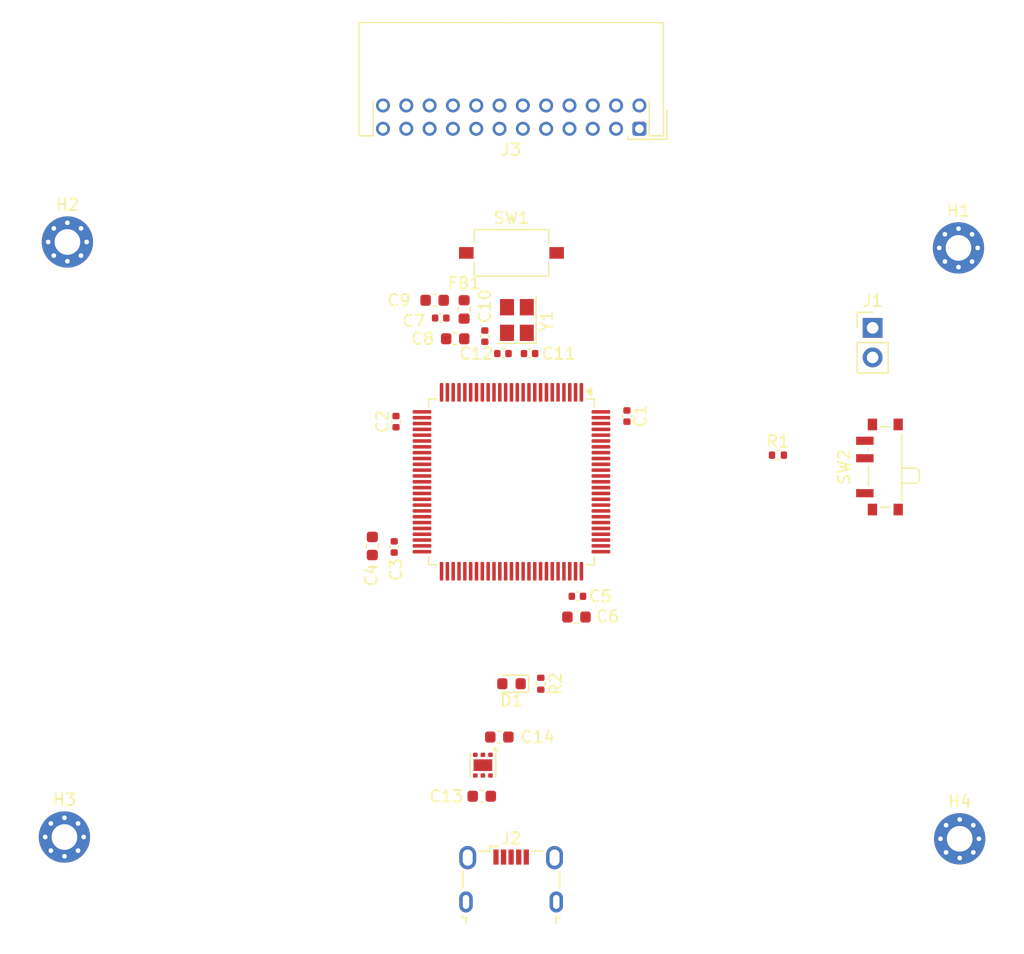
<source format=kicad_pcb>
(kicad_pcb (version 20240108) (generator "pcbnew") (generator_version "8.0")
  (layers (0 "F.Cu" signal) (31 "B.Cu" power) (34 "B.Paste" user) (35 "F.Paste" user) (36 "B.SilkS" user "B.Silkscreen") (37 "F.SilkS" user "F.Silkscreen") (38 "B.Mask" user) (39 "F.Mask" user) (44 "Edge.Cuts" user))
  (net 0 "")
  (net 1 "+3.3V")
  (net 2 "GND")
  (net 3 "+3.3VA")
  (net 4 "NRST")
  (net 5 "/Main Board/HSE_IN")
  (net 6 "/Main Board/HSE_OUT")
  (net 7 "VBUS")
  (net 8 "Net-(D1-K)")
  (net 9 "I2C1_SCL")
  (net 10 "I2C1_SDA")
  (net 13 "USB_D+")
  (net 17 "USB_D-")
  (net 42 "Net-(U1-BOOT0)")
  (net 43 "Net-(SW2-B)")
  (net 44 "TSC_G2_IO4")
  (net 46 "TSC_G6_IO4")
  (net 49 "TSC_G6_IO3")
  (net 56 "TSC_G2_IO1")
  (net 62 "TSC_G3_IO2")
  (net 68 "TSC_G5_IO1")
  (net 69 "TSC_G2_IO3")
  (net 73 "TSC_G7_IO1")
  (net 82 "TSC_G1_IO1")
  (net 89 "TSC_G7_IO2")
  (net 92 "TSC_G7_IO4")
  (net 95 "SWCLK")
  (net 96 "TSC_G3_IO3")
  (net 98 "TSC_G5_IO4")
  (net 101 "TSC_G6_IO1")
  (net 103 "TSC_G1_IO3")
  (net 104 "TSC_G6_IO2")
  (net 106 "TSC_G7_IO3")
  (net 109 "TSC_G5_IO3")
  (net 110 "TSC_G1_IO4")
  (net 111 "TSC_G3_IO4")
  (net 113 "TSC_G5_IO2")
  (net 115 "TSC_G3_IO1")
  (net 116 "TSC_G2_IO2")
  (net 117 "TSC_G1_IO2")
  (net 124 "SWDIO")
  (footprint "Resistor_SMD:R_0402_1005Metric" (layer "F.Cu") (at 142.216 88.447 90)
    (property "Reference" "R2" (at 0 1.270001 90) (layer "F.SilkS"))
    (property "Value" "1k")
    (fp_line (start -0.15364 -0.38) (end 0.153641 -0.379999) (stroke (width 0.12)) (layer "F.SilkS"))
    (fp_line (start -0.153641 0.379999) (end 0.15364 0.38) (stroke (width 0.12)) (layer "F.SilkS"))
    (pad "1" smd roundrect (at -0.51 -0.000001 90) (size 0.54 0.64) (layers "F.Cu" "F.Paste" "F.Mask") (net 8 "Net-(D1-K)"))
    (pad "2" smd roundrect (at 0.51 0.000001 90) (size 0.54 0.64) (layers "F.Cu" "F.Paste" "F.Mask") (net 2 "GND"))
  )
  (footprint "Package_SON:WSON-6-1EP_2x2mm_P0.65mm_EP1x1.6mm" (layer "F.Cu") (at 137.248 95.4335 -90)
    (property "Reference" "U2" (hide yes))
    (property "Value" "TLV76733DRVR")
    (fp_line (start -1.000001 1.110001) (end 1.000001 1.110001) (stroke (width 0.12)) (layer "F.SilkS"))
    (fp_line (start -1.000001 -1.110001) (end 1.000001 -1.110001) (stroke (width 0.12)) (layer "F.SilkS"))
    (fp_poly (pts (xy -1.24 -1.009999) (xy -1.520001 -1.01) (xy -1.239999 -1.29) (xy -1.24 -1.009999)) (stroke (width 0.12)) (fill solid) (layer "F.SilkS"))
    (pad "1" smd roundrect (at -0.8875 -0.65 270) (size 0.375 0.4) (layers "F.Cu" "F.Paste" "F.Mask") (net 1 "+3.3V"))
    (pad "2" smd roundrect (at -0.8875 0 270) (size 0.375 0.4) (layers "F.Cu" "F.Paste" "F.Mask") (net 1 "+3.3V"))
    (pad "3" smd roundrect (at -0.8875 0.65 270) (size 0.375 0.4) (layers "F.Cu" "F.Paste" "F.Mask") (net 2 "GND"))
    (pad "4" smd roundrect (at 0.8875 0.65 270) (size 0.375 0.4) (layers "F.Cu" "F.Paste" "F.Mask") (net 7 "VBUS"))
    (pad "5" smd roundrect (at 0.8875 0 270) (size 0.375 0.4) (layers "F.Cu" "F.Paste" "F.Mask") (net 2 "GND"))
    (pad "6" smd roundrect (at 0.8875 -0.65 270) (size 0.375 0.4) (layers "F.Cu" "F.Paste" "F.Mask") (net 7 "VBUS"))
    (pad "7" smd rect (at 0 0 270) (size 1 1.6) (property pad_prop_heatsink) (layers "F.Cu" "F.Mask") (net 2 "GND"))
  )
  (footprint "Crystal:Crystal_SMD_3225-4Pin_3.2x2.5mm" (layer "F.Cu") (at 140.166 57.239944 90)
    (property "Reference" "Y1" (at -0.084 2.582 90) (layer "F.SilkS"))
    (property "Value" "48MHz, 7pF")
    (fp_line (start -2 -1.65) (end -2 1.65) (stroke (width 0.12)) (layer "F.SilkS"))
    (fp_line (start -2 1.65) (end 2 1.65) (stroke (width 0.12)) (layer "F.SilkS"))
    (pad "1" smd rect (at -1.1 0.85 90) (size 1.4 1.2) (layers "F.Cu" "F.Paste" "F.Mask") (net 5 "/Main Board/HSE_IN"))
    (pad "2" smd rect (at 1.1 0.85 90) (size 1.4 1.2) (layers "F.Cu" "F.Paste" "F.Mask") (net 2 "GND"))
    (pad "3" smd rect (at 1.1 -0.85 90) (size 1.4 1.2) (layers "F.Cu" "F.Paste" "F.Mask") (net 6 "/Main Board/HSE_OUT"))
    (pad "4" smd rect (at -1.1 -0.85 90) (size 1.4 1.2) (layers "F.Cu" "F.Paste" "F.Mask") (net 2 "GND"))
  )
  (footprint "Capacitor_SMD:C_0402_1005Metric" (layer "F.Cu") (at 133.632 57.069944 180)
    (property "Reference" "C7" (at 2.314 -0.254 360) (layer "F.SilkS"))
    (property "Value" "10n")
    (fp_line (start -0.107834 -0.359996) (end 0.107838 -0.36) (stroke (width 0.12)) (layer "F.SilkS"))
    (fp_line (start -0.107838 0.36) (end 0.107834 0.359996) (stroke (width 0.12)) (layer "F.SilkS"))
    (pad "1" smd roundrect (at -0.48 0 180) (size 0.56 0.62) (layers "F.Cu" "F.Paste" "F.Mask") (net 3 "+3.3VA"))
    (pad "2" smd roundrect (at 0.48 0 180) (size 0.56 0.62) (layers "F.Cu" "F.Paste" "F.Mask") (net 2 "GND"))
  )
  (footprint "Capacitor_SMD:C_0603_1608Metric" (layer "F.Cu") (at 137.149001 98.099 180)
    (property "Reference" "C13" (at 3.048 0 360) (layer "F.SilkS"))
    (property "Value" "1u")
    (fp_line (start -0.140581 0.51) (end 0.140581 0.509999) (stroke (width 0.12)) (layer "F.SilkS"))
    (fp_line (start -0.140581 -0.509999) (end 0.140581 -0.51) (stroke (width 0.12)) (layer "F.SilkS"))
    (pad "1" smd roundrect (at -0.775001 0 180) (size 0.9 0.95) (layers "F.Cu" "F.Paste" "F.Mask") (net 7 "VBUS"))
    (pad "2" smd roundrect (at 0.775001 0 180) (size 0.9 0.95) (layers "F.Cu" "F.Paste" "F.Mask") (net 2 "GND"))
  )
  (footprint "Capacitor_SMD:C_0603_1608Metric" (layer "F.Cu") (at 145.274999 82.723944 180)
    (property "Reference" "C6" (at -2.683058 0.054656 360) (layer "F.SilkS"))
    (property "Value" "4u7")
    (fp_line (start -0.140581 0.51) (end 0.140581 0.509999) (stroke (width 0.12)) (layer "F.SilkS"))
    (fp_line (start -0.140581 -0.509999) (end 0.140581 -0.51) (stroke (width 0.12)) (layer "F.SilkS"))
    (pad "1" smd roundrect (at -0.775001 0 180) (size 0.9 0.95) (layers "F.Cu" "F.Paste" "F.Mask") (net 1 "+3.3V"))
    (pad "2" smd roundrect (at 0.775001 0 180) (size 0.9 0.95) (layers "F.Cu" "F.Paste" "F.Mask") (net 2 "GND"))
  )
  (footprint "Capacitor_SMD:C_0402_1005Metric" (layer "F.Cu") (at 149.606 65.479944 -90)
    (property "Reference" "C1" (at 0 -1.16 90) (layer "F.SilkS"))
    (property "Value" "100n")
    (fp_line (start -0.107838 0.36) (end 0.107834 0.359996) (stroke (width 0.12)) (layer "F.SilkS"))
    (fp_line (start -0.107834 -0.359996) (end 0.107838 -0.36) (stroke (width 0.12)) (layer "F.SilkS"))
    (pad "1" smd roundrect (at -0.48 0 270) (size 0.56 0.62) (layers "F.Cu" "F.Paste" "F.Mask") (net 1 "+3.3V"))
    (pad "2" smd roundrect (at 0.48 0 270) (size 0.56 0.62) (layers "F.Cu" "F.Paste" "F.Mask") (net 2 "GND"))
  )
  (footprint "Capacitor_SMD:C_0603_1608Metric" (layer "F.Cu") (at 138.66 93.019)
    (property "Reference" "C14" (at 3.302 0 0) (layer "F.SilkS"))
    (property "Value" "2.2u")
    (fp_line (start -0.140581 -0.509999) (end 0.140581 -0.51) (stroke (width 0.12)) (layer "F.SilkS"))
    (fp_line (start -0.140581 0.51) (end 0.140581 0.509999) (stroke (width 0.12)) (layer "F.SilkS"))
    (pad "1" smd roundrect (at -0.775001 0) (size 0.9 0.95) (layers "F.Cu" "F.Paste" "F.Mask") (net 1 "+3.3V"))
    (pad "2" smd roundrect (at 0.775001 0) (size 0.9 0.95) (layers "F.Cu" "F.Paste" "F.Mask") (net 2 "GND"))
  )
  (footprint "Button_Switch_SMD:SW_SPDT_PCM12" (layer "F.Cu") (at 171.45 69.85 90)
    (property "Reference" "SW2" (at 0 -3.2 90) (layer "F.SilkS"))
    (property "Value" "SW_SPDT")
    (fp_line (start 1.4 -1.120003) (end 1.599999 -1.119999) (stroke (width 0.12)) (layer "F.SilkS"))
    (fp_line (start -1.600003 -1.120002) (end 0.1 -1.120001) (stroke (width 0.12)) (layer "F.SilkS"))
    (fp_line (start -3.449995 -0.069998) (end -3.450001 0.720001) (stroke (width 0.12)) (layer "F.SilkS"))
    (fp_line (start 3.450001 0.720001) (end 3.450003 -0.069999) (stroke (width 0.12)) (layer "F.SilkS"))
    (fp_line (start -2.849999 1.729998) (end 2.850001 1.73) (stroke (width 0.12)) (layer "F.SilkS"))
    (fp_line (start -1.4 1.730002) (end -1.400002 3.020002) (stroke (width 0.12)) (layer "F.SilkS"))
    (fp_line (start -0.1 3.02) (end -0.1 1.73) (stroke (width 0.12)) (layer "F.SilkS"))
    (fp_line (start -0.1 3.02) (end -0.300001 3.23) (stroke (width 0.12)) (layer "F.SilkS"))
    (fp_line (start -1.400002 3.020002) (end -1.199999 3.229997) (stroke (width 0.12)) (layer "F.SilkS"))
    (fp_line (start -1.199999 3.229997) (end -0.300001 3.23) (stroke (width 0.12)) (layer "F.SilkS"))
    (pad "" smd rect (at -3.65 -0.78 90) (size 1 0.8) (layers "F.Cu" "F.Paste" "F.Mask"))
    (pad "" smd rect (at -3.65 1.429999 90) (size 1 0.8) (layers "F.Cu" "F.Paste" "F.Mask"))
    (pad "" np_thru_hole circle (at -1.5 0.33 90) (size 0.9 0.9) (drill 0.9) (layers "*.Cu" "*.Mask"))
    (pad "" np_thru_hole circle (at 1.5 0.33 90) (size 0.9 0.9) (drill 0.9) (layers "*.Cu" "*.Mask"))
    (pad "" smd rect (at 3.65 -0.78 90) (size 1 0.8) (layers "F.Cu" "F.Paste" "F.Mask"))
    (pad "" smd rect (at 3.65 1.430001 90) (size 1 0.8) (layers "F.Cu" "F.Paste" "F.Mask"))
    (pad "1" smd rect (at -2.250002 -1.429999 90) (size 0.7 1.5) (layers "F.Cu" "F.Paste" "F.Mask") (net 2 "GND"))
    (pad "2" smd rect (at 0.75 -1.430002 90) (size 0.7 1.5) (layers "F.Cu" "F.Paste" "F.Mask") (net 43 "Net-(SW2-B)"))
    (pad "3" smd rect (at 2.250002 -1.429999 90) (size 0.7 1.5) (layers "F.Cu" "F.Paste" "F.Mask") (net 1 "+3.3V"))
  )
  (footprint "Button_Switch_SMD:SW_Tactile_SPST_NO_Straight_CK_PTS636Sx25SMTRLFS" (layer "F.Cu") (at 139.7 51.481944)
    (property "Reference" "SW1" (at 0 -3 0) (layer "F.SilkS"))
    (property "Value" "SW_Push")
    (fp_line (start -3.2 -2) (end -3.2 -0.8) (stroke (width 0.12)) (layer "F.SilkS"))
    (fp_line (start -3.2 0.8) (end -3.2 2) (stroke (width 0.12)) (layer "F.SilkS"))
    (fp_line (start -3.2 2) (end 3.2 2) (stroke (width 0.12)) (layer "F.SilkS"))
    (fp_line (start 3.2 -2) (end -3.2 -2) (stroke (width 0.12)) (layer "F.SilkS"))
    (fp_line (start 3.2 -0.8) (end 3.2 -2) (stroke (width 0.12)) (layer "F.SilkS"))
    (fp_line (start 3.2 2) (end 3.2 0.8) (stroke (width 0.12)) (layer "F.SilkS"))
    (pad "1" smd rect (at -3.875 0) (size 1.25 1) (layers "F.Cu" "F.Paste" "F.Mask") (net 2 "GND"))
    (pad "2" smd rect (at 3.875 0) (size 1.25 1) (layers "F.Cu" "F.Paste" "F.Mask") (net 4 "NRST"))
  )
  (footprint "Resistor_SMD:R_0402_1005Metric" (layer "F.Cu") (at 162.562 68.834)
    (property "Reference" "R1" (at 0 -1.17 0) (layer "F.SilkS"))
    (property "Value" "10k")
    (fp_line (start -0.153641 -0.38) (end 0.153641 -0.38) (stroke (width 0.12)) (layer "F.SilkS"))
    (fp_line (start -0.153641 0.38) (end 0.153641 0.38) (stroke (width 0.12)) (layer "F.SilkS"))
    (pad "1" smd roundrect (at -0.51 0) (size 0.54 0.64) (layers "F.Cu" "F.Paste" "F.Mask") (net 43 "Net-(SW2-B)"))
    (pad "2" smd roundrect (at 0.51 0) (size 0.54 0.64) (layers "F.Cu" "F.Paste" "F.Mask") (net 42 "Net-(U1-BOOT0)"))
  )
  (footprint "MountingHole:MountingHole_2.2mm_M2_Pad_Via" (layer "F.Cu") (at 101.346 101.6)
    (property "Reference" "H3" (at 0 -3.2 0) (layer "F.SilkS"))
    (property "Value" "Mounting Hole")
    (pad "1" thru_hole circle (at -1.65 0) (size 0.7 0.7) (drill 0.4) (layers "*.Cu" "*.Mask") (net 2 "GND"))
    (pad "1" thru_hole circle (at -1.166726 -1.166726) (size 0.7 0.7) (drill 0.4) (layers "*.Cu" "*.Mask") (net 2 "GND"))
    (pad "1" thru_hole circle (at -1.166726 1.166726) (size 0.7 0.7) (drill 0.4) (layers "*.Cu" "*.Mask") (net 2 "GND"))
    (pad "1" thru_hole circle (at 0 -1.65) (size 0.7 0.7) (drill 0.4) (layers "*.Cu" "*.Mask") (net 2 "GND"))
    (pad "1" thru_hole circle (at 0 0) (size 4.4 4.4) (drill 2.2) (layers "*.Cu" "*.Mask") (net 2 "GND"))
    (pad "1" thru_hole circle (at 0 1.65) (size 0.7 0.7) (drill 0.4) (layers "*.Cu" "*.Mask") (net 2 "GND"))
    (pad "1" thru_hole circle (at 1.166726 -1.166726) (size 0.7 0.7) (drill 0.4) (layers "*.Cu" "*.Mask") (net 2 "GND"))
    (pad "1" thru_hole circle (at 1.166726 1.166726) (size 0.7 0.7) (drill 0.4) (layers "*.Cu" "*.Mask") (net 2 "GND"))
    (pad "1" thru_hole circle (at 1.65 0) (size 0.7 0.7) (drill 0.4) (layers "*.Cu" "*.Mask") (net 2 "GND"))
  )
  (footprint "MountingHole:MountingHole_2.2mm_M2_Pad_Via" (layer "F.Cu") (at 101.6 50.546)
    (property "Reference" "H2" (at 0 -3.2 0) (layer "F.SilkS"))
    (property "Value" "Mounting Hole")
    (pad "1" thru_hole circle (at -1.65 0) (size 0.7 0.7) (drill 0.4) (layers "*.Cu" "*.Mask") (net 2 "GND"))
    (pad "1" thru_hole circle (at -1.166726 -1.166726) (size 0.7 0.7) (drill 0.4) (layers "*.Cu" "*.Mask") (net 2 "GND"))
    (pad "1" thru_hole circle (at -1.166726 1.166726) (size 0.7 0.7) (drill 0.4) (layers "*.Cu" "*.Mask") (net 2 "GND"))
    (pad "1" thru_hole circle (at 0 -1.65) (size 0.7 0.7) (drill 0.4) (layers "*.Cu" "*.Mask") (net 2 "GND"))
    (pad "1" thru_hole circle (at 0 0) (size 4.4 4.4) (drill 2.2) (layers "*.Cu" "*.Mask") (net 2 "GND"))
    (pad "1" thru_hole circle (at 0 1.65) (size 0.7 0.7) (drill 0.4) (layers "*.Cu" "*.Mask") (net 2 "GND"))
    (pad "1" thru_hole circle (at 1.166726 -1.166726) (size 0.7 0.7) (drill 0.4) (layers "*.Cu" "*.Mask") (net 2 "GND"))
    (pad "1" thru_hole circle (at 1.166726 1.166726) (size 0.7 0.7) (drill 0.4) (layers "*.Cu" "*.Mask") (net 2 "GND"))
    (pad "1" thru_hole circle (at 1.65 0) (size 0.7 0.7) (drill 0.4) (layers "*.Cu" "*.Mask") (net 2 "GND"))
  )
  (footprint "LED_SMD:LED_0603_1608Metric" (layer "F.Cu") (at 139.701502 88.447001 180)
    (property "Reference" "D1" (at 0 -1.429998 0) (layer "F.SilkS"))
    (property "Value" "YELLOW")
    (fp_line (start 0.8 -0.734999) (end -1.485001 -0.734999) (stroke (width 0.12)) (layer "F.SilkS"))
    (fp_line (start -1.485001 0.735001) (end 0.799998 0.734999) (stroke (width 0.12)) (layer "F.SilkS"))
    (fp_line (start -1.485001 -0.734999) (end -1.485001 0.735001) (stroke (width 0.12)) (layer "F.SilkS"))
    (pad "1" smd roundrect (at -0.787502 -0.000001 180) (size 0.875 0.95) (layers "F.Cu" "F.Paste" "F.Mask") (net 8 "Net-(D1-K)"))
    (pad "2" smd roundrect (at 0.787502 0.000001 180) (size 0.875 0.95) (layers "F.Cu" "F.Paste" "F.Mask") (net 1 "+3.3V"))
  )
  (footprint "Package_QFP:LQFP-100_14x14mm_P0.5mm" (layer "F.Cu") (at 139.7 71.12 -90)
    (property "Reference" "U1" (hide yes))
    (property "Value" "STM32F072VBTx")
    (fp_line (start -7.11 7.110002) (end -7.11 6.41) (stroke (width 0.12)) (layer "F.SilkS"))
    (fp_line (start -6.41 7.11) (end -7.11 7.110002) (stroke (width 0.12)) (layer "F.SilkS"))
    (fp_line (start 6.41 7.11) (end 7.110002 7.11) (stroke (width 0.12)) (layer "F.SilkS"))
    (fp_line (start 7.110002 7.11) (end 7.11 6.41) (stroke (width 0.12)) (layer "F.SilkS"))
    (fp_line (start -7.110002 -7.11) (end -7.11 -6.41) (stroke (width 0.12)) (layer "F.SilkS"))
    (fp_line (start -6.41 -7.11) (end -7.110002 -7.11) (stroke (width 0.12)) (layer "F.SilkS"))
    (fp_line (start 6.41 -7.11) (end 7.11 -7.110002) (stroke (width 0.12)) (layer "F.SilkS"))
    (fp_line (start 7.11 -7.110002) (end 7.11 -6.41) (stroke (width 0.12)) (layer "F.SilkS"))
    (fp_poly (pts (xy -7.7375 -6.41) (xy -8.0775 -6.88) (xy -7.3975 -6.88) (xy -7.7375 -6.41)) (stroke (width 0.12)) (fill solid) (layer "F.SilkS"))
    (pad "1" smd roundrect (at -7.674999 -5.999998 270) (size 1.6 0.3) (layers "F.Cu" "F.Paste" "F.Mask") (net 73 "TSC_G7_IO1"))
    (pad "2" smd roundrect (at -7.675 -5.5 270) (size 1.6 0.3) (layers "F.Cu" "F.Paste" "F.Mask") (net 89 "TSC_G7_IO2"))
    (pad "3" smd roundrect (at -7.674999 -4.999999 270) (size 1.6 0.3) (layers "F.Cu" "F.Paste" "F.Mask") (net 106 "TSC_G7_IO3"))
    (pad "4" smd roundrect (at -7.675 -4.5 270) (size 1.6 0.3) (layers "F.Cu" "F.Paste" "F.Mask") (net 92 "TSC_G7_IO4"))
    (pad "5" smd roundrect (at -7.675003 -3.999999 270) (size 1.6 0.3) (layers "F.Cu" "F.Paste" "F.Mask"))
    (pad "6" smd roundrect (at -7.675 -3.5 270) (size 1.6 0.3) (layers "F.Cu" "F.Paste" "F.Mask") (net 1 "+3.3V"))
    (pad "7" smd roundrect (at -7.675002 -3 270) (size 1.6 0.3) (layers "F.Cu" "F.Paste" "F.Mask"))
    (pad "8" smd roundrect (at -7.675 -2.499997 270) (size 1.6 0.3) (layers "F.Cu" "F.Paste" "F.Mask"))
    (pad "9" smd roundrect (at -7.675 -1.999999 270) (size 1.6 0.3) (layers "F.Cu" "F.Paste" "F.Mask"))
    (pad "10" smd roundrect (at -7.675 -1.5 270) (size 1.6 0.3) (layers "F.Cu" "F.Paste" "F.Mask"))
    (pad "11" smd roundrect (at -7.675 -1.000002 270) (size 1.6 0.3) (layers "F.Cu" "F.Paste" "F.Mask"))
    (pad "12" smd roundrect (at -7.675 -0.5 270) (size 1.6 0.3) (layers "F.Cu" "F.Paste" "F.Mask") (net 5 "/Main Board/HSE_IN"))
    (pad "13" smd roundrect (at -7.675001 0 270) (size 1.6 0.3) (layers "F.Cu" "F.Paste" "F.Mask") (net 6 "/Main Board/HSE_OUT"))
    (pad "14" smd roundrect (at -7.675 0.5 270) (size 1.6 0.3) (layers "F.Cu" "F.Paste" "F.Mask") (net 4 "NRST"))
    (pad "15" smd roundrect (at -7.675 0.999997 270) (size 1.6 0.3) (layers "F.Cu" "F.Paste" "F.Mask"))
    (pad "16" smd roundrect (at -7.675 1.5 270) (size 1.6 0.3) (layers "F.Cu" "F.Paste" "F.Mask"))
    (pad "17" smd roundrect (at -7.675 2.000002 270) (size 1.6 0.3) (layers "F.Cu" "F.Paste" "F.Mask"))
    (pad "18" smd roundrect (at -7.675 2.5 270) (size 1.6 0.3) (layers "F.Cu" "F.Paste" "F.Mask"))
    (pad "19" smd roundrect (at -7.675003 3.000002 270) (size 1.6 0.3) (layers "F.Cu" "F.Paste" "F.Mask"))
    (pad "20" smd roundrect (at -7.675 3.5 270) (size 1.6 0.3) (layers "F.Cu" "F.Paste" "F.Mask") (net 2 "GND"))
    (pad "21" smd roundrect (at -7.675 3.999999 270) (size 1.6 0.3) (layers "F.Cu" "F.Paste" "F.Mask") (net 3 "+3.3VA"))
    (pad "22" smd roundrect (at -7.675001 4.5 270) (size 1.6 0.3) (layers "F.Cu" "F.Paste" "F.Mask"))
    (pad "23" smd roundrect (at -7.675 5 270) (size 1.6 0.3) (layers "F.Cu" "F.Paste" "F.Mask") (net 82 "TSC_G1_IO1"))
    (pad "24" smd roundrect (at -7.675 5.5 270) (size 1.6 0.3) (layers "F.Cu" "F.Paste" "F.Mask") (net 117 "TSC_G1_IO2"))
    (pad "25" smd roundrect (at -7.675 5.999998 270) (size 1.6 0.3) (layers "F.Cu" "F.Paste" "F.Mask") (net 103 "TSC_G1_IO3"))
    (pad "26" smd roundrect (at -5.999998 7.674999 270) (size 0.3 1.6) (layers "F.Cu" "F.Paste" "F.Mask") (net 110 "TSC_G1_IO4"))
    (pad "27" smd roundrect (at -5.5 7.675 270) (size 0.3 1.6) (layers "F.Cu" "F.Paste" "F.Mask") (net 2 "GND"))
    (pad "28" smd roundrect (at -4.999999 7.674999 270) (size 0.3 1.6) (layers "F.Cu" "F.Paste" "F.Mask") (net 1 "+3.3V"))
    (pad "29" smd roundrect (at -4.5 7.675 270) (size 0.3 1.6) (layers "F.Cu" "F.Paste" "F.Mask") (net 56 "TSC_G2_IO1"))
    (pad "30" smd roundrect (at -3.999999 7.675003 270) (size 0.3 1.6) (layers "F.Cu" "F.Paste" "F.Mask") (net 116 "TSC_G2_IO2"))
    (pad "31" smd roundrect (at -3.5 7.675 270) (size 0.3 1.6) (layers "F.Cu" "F.Paste" "F.Mask") (net 69 "TSC_G2_IO3"))
    (pad "32" smd roundrect (at -3 7.675002 270) (size 0.3 1.6) (layers "F.Cu" "F.Paste" "F.Mask") (net 44 "TSC_G2_IO4"))
    (pad "33" smd roundrect (at -2.499997 7.675 270) (size 0.3 1.6) (layers "F.Cu" "F.Paste" "F.Mask"))
    (pad "34" smd roundrect (at -1.999999 7.675 270) (size 0.3 1.6) (layers "F.Cu" "F.Paste" "F.Mask") (net 115 "TSC_G3_IO1"))
    (pad "35" smd roundrect (at -1.5 7.675 270) (size 0.3 1.6) (layers "F.Cu" "F.Paste" "F.Mask") (net 62 "TSC_G3_IO2"))
    (pad "36" smd roundrect (at -1.000002 7.675 270) (size 0.3 1.6) (layers "F.Cu" "F.Paste" "F.Mask") (net 96 "TSC_G3_IO3"))
    (pad "37" smd roundrect (at -0.5 7.675 270) (size 0.3 1.6) (layers "F.Cu" "F.Paste" "F.Mask") (net 111 "TSC_G3_IO4"))
    (pad "38" smd roundrect (at 0 7.675001 270) (size 0.3 1.6) (layers "F.Cu" "F.Paste" "F.Mask"))
    (pad "39" smd roundrect (at 0.5 7.675 270) (size 0.3 1.6) (layers "F.Cu" "F.Paste" "F.Mask"))
    (pad "40" smd roundrect (at 0.999997 7.675 270) (size 0.3 1.6) (layers "F.Cu" "F.Paste" "F.Mask"))
    (pad "41" smd roundrect (at 1.5 7.675 270) (size 0.3 1.6) (layers "F.Cu" "F.Paste" "F.Mask"))
    (pad "42" smd roundrect (at 2.000002 7.675 270) (size 0.3 1.6) (layers "F.Cu" "F.Paste" "F.Mask"))
    (pad "43" smd roundrect (at 2.5 7.675 270) (size 0.3 1.6) (layers "F.Cu" "F.Paste" "F.Mask"))
    (pad "44" smd roundrect (at 3.000002 7.675003 270) (size 0.3 1.6) (layers "F.Cu" "F.Paste" "F.Mask"))
    (pad "45" smd roundrect (at 3.5 7.675 270) (size 0.3 1.6) (layers "F.Cu" "F.Paste" "F.Mask"))
    (pad "46" smd roundrect (at 3.999999 7.675 270) (size 0.3 1.6) (layers "F.Cu" "F.Paste" "F.Mask"))
    (pad "47" smd roundrect (at 4.5 7.675001 270) (size 0.3 1.6) (layers "F.Cu" "F.Paste" "F.Mask"))
    (pad "48" smd roundrect (at 5 7.675 270) (size 0.3 1.6) (layers "F.Cu" "F.Paste" "F.Mask") (net 101 "TSC_G6_IO1"))
    (pad "49" smd roundrect (at 5.5 7.675 270) (size 0.3 1.6) (layers "F.Cu" "F.Paste" "F.Mask") (net 2 "GND"))
    (pad "50" smd roundrect (at 5.999998 7.675 270) (size 0.3 1.6) (layers "F.Cu" "F.Paste" "F.Mask") (net 1 "+3.3V"))
    (pad "51" smd roundrect (at 7.674999 5.999998 270) (size 1.6 0.3) (layers "F.Cu" "F.Paste" "F.Mask") (net 104 "TSC_G6_IO2"))
    (pad "52" smd roundrect (at 7.675 5.5 270) (size 1.6 0.3) (layers "F.Cu" "F.Paste" "F.Mask") (net 49 "TSC_G6_IO3"))
    (pad "53" smd roundrect (at 7.674999 4.999999 270) (size 1.6 0.3) (layers "F.Cu" "F.Paste" "F.Mask") (net 46 "TSC_G6_IO4"))
    (pad "54" smd roundrect (at 7.675 4.5 270) (size 1.6 0.3) (layers "F.Cu" "F.Paste" "F.Mask"))
    (pad "55" smd roundrect (at 7.675003 3.999999 270) (size 1.6 0.3) (layers "F.Cu" "F.Paste" "F.Mask"))
    (pad "56" smd roundrect (at 7.675 3.5 270) (size 1.6 0.3) (layers "F.Cu" "F.Paste" "F.Mask"))
    (pad "57" smd roundrect (at 7.675002 3 270) (size 1.6 0.3) (layers "F.Cu" "F.Paste" "F.Mask"))
    (pad "58" smd roundrect (at 7.675 2.499997 270) (size 1.6 0.3) (layers "F.Cu" "F.Paste" "F.Mask"))
    (pad "59" smd roundrect (at 7.675 1.999999 270) (size 1.6 0.3) (layers "F.Cu" "F.Paste" "F.Mask"))
    (pad "60" smd roundrect (at 7.675 1.5 270) (size 1.6 0.3) (layers "F.Cu" "F.Paste" "F.Mask"))
    (pad "61" smd roundrect (at 7.675 1.000002 270) (size 1.6 0.3) (layers "F.Cu" "F.Paste" "F.Mask"))
    (pad "62" smd roundrect (at 7.675 0.5 270) (size 1.6 0.3) (layers "F.Cu" "F.Paste" "F.Mask"))
    (pad "63" smd roundrect (at 7.675001 0 270) (size 1.6 0.3) (layers "F.Cu" "F.Paste" "F.Mask"))
    (pad "64" smd roundrect (at 7.675 -0.5 270) (size 1.6 0.3) (layers "F.Cu" "F.Paste" "F.Mask"))
    (pad "65" smd roundrect (at 7.675 -0.999997 270) (size 1.6 0.3) (layers "F.Cu" "F.Paste" "F.Mask"))
    (pad "66" smd roundrect (at 7.675 -1.5 270) (size 1.6 0.3) (layers "F.Cu" "F.Paste" "F.Mask"))
    (pad "67" smd roundrect (at 7.675 -2.000002 270) (size 1.6 0.3) (layers "F.Cu" "F.Paste" "F.Mask"))
    (pad "68" smd roundrect (at 7.675 -2.5 270) (size 1.6 0.3) (layers "F.Cu" "F.Paste" "F.Mask"))
    (pad "69" smd roundrect (at 7.675003 -3.000002 270) (size 1.6 0.3) (layers "F.Cu" "F.Paste" "F.Mask"))
    (pad "70" smd roundrect (at 7.675 -3.5 270) (size 1.6 0.3) (layers "F.Cu" "F.Paste" "F.Mask") (net 17 "USB_D-"))
    (pad "71" smd roundrect (at 7.675 -3.999999 270) (size 1.6 0.3) (layers "F.Cu" "F.Paste" "F.Mask") (net 13 "USB_D+"))
    (pad "72" smd roundrect (at 7.675001 -4.5 270) (size 1.6 0.3) (layers "F.Cu" "F.Paste" "F.Mask") (net 124 "SWDIO"))
    (pad "73" smd roundrect (at 7.675 -5 270) (size 1.6 0.3) (layers "F.Cu" "F.Paste" "F.Mask"))
    (pad "74" smd roundrect (at 7.675 -5.5 270) (size 1.6 0.3) (layers "F.Cu" "F.Paste" "F.Mask") (net 2 "GND"))
    (pad "75" smd roundrect (at 7.675 -5.999998 270) (size 1.6 0.3) (layers "F.Cu" "F.Paste" "F.Mask") (net 1 "+3.3V"))
    (pad "76" smd roundrect (at 5.999998 -7.674999 270) (size 0.3 1.6) (layers "F.Cu" "F.Paste" "F.Mask") (net 95 "SWCLK"))
    (pad "77" smd roundrect (at 5.5 -7.675 270) (size 0.3 1.6) (layers "F.Cu" "F.Paste" "F.Mask"))
    (pad "78" smd roundrect (at 4.999999 -7.674999 270) (size 0.3 1.6) (layers "F.Cu" "F.Paste" "F.Mask"))
    (pad "79" smd roundrect (at 4.5 -7.675 270) (size 0.3 1.6) (layers "F.Cu" "F.Paste" "F.Mask"))
    (pad "80" smd roundrect (at 3.999999 -7.675003 270) (size 0.3 1.6) (layers "F.Cu" "F.Paste" "F.Mask"))
    (pad "81" smd roundrect (at 3.5 -7.675 270) (size 0.3 1.6) (layers "F.Cu" "F.Paste" "F.Mask"))
    (pad "82" smd roundrect (at 3 -7.675002 270) (size 0.3 1.6) (layers "F.Cu" "F.Paste" "F.Mask"))
    (pad "83" smd roundrect (at 2.499997 -7.675 270) (size 0.3 1.6) (layers "F.Cu" "F.Paste" "F.Mask"))
    (pad "84" smd roundrect (at 1.999999 -7.675 270) (size 0.3 1.6) (layers "F.Cu" "F.Paste" "F.Mask"))
    (pad "85" smd roundrect (at 1.5 -7.675 270) (size 0.3 1.6) (layers "F.Cu" "F.Paste" "F.Mask"))
    (pad "86" smd roundrect (at 1.000002 -7.675 270) (size 0.3 1.6) (layers "F.Cu" "F.Paste" "F.Mask"))
    (pad "87" smd roundrect (at 0.5 -7.675 270) (size 0.3 1.6) (layers "F.Cu" "F.Paste" "F.Mask"))
    (pad "88" smd roundrect (at 0 -7.675001 270) (size 0.3 1.6) (layers "F.Cu" "F.Paste" "F.Mask"))
    (pad "89" smd roundrect (at -0.5 -7.675 270) (size 0.3 1.6) (layers "F.Cu" "F.Paste" "F.Mask") (net 68 "TSC_G5_IO1"))
    (pad "90" smd roundrect (at -0.999997 -7.675 270) (size 0.3 1.6) (layers "F.Cu" "F.Paste" "F.Mask") (net 113 "TSC_G5_IO2"))
    (pad "91" smd roundrect (at -1.5 -7.675 270) (size 0.3 1.6) (layers "F.Cu" "F.Paste" "F.Mask"))
    (pad "92" smd roundrect (at -2.000002 -7.675 270) (size 0.3 1.6) (layers "F.Cu" "F.Paste" "F.Mask") (net 109 "TSC_G5_IO3"))
    (pad "93" smd roundrect (at -2.5 -7.675 270) (size 0.3 1.6) (layers "F.Cu" "F.Paste" "F.Mask") (net 98 "TSC_G5_IO4"))
    (pad "94" smd roundrect (at -3.000002 -7.675003 270) (size 0.3 1.6) (layers "F.Cu" "F.Paste" "F.Mask") (net 42 "Net-(U1-BOOT0)"))
    (pad "95" smd roundrect (at -3.5 -7.675 270) (size 0.3 1.6) (layers "F.Cu" "F.Paste" "F.Mask") (net 9 "I2C1_SCL"))
    (pad "96" smd roundrect (at -3.999999 -7.675 270) (size 0.3 1.6) (layers "F.Cu" "F.Paste" "F.Mask") (net 10 "I2C1_SDA"))
    (pad "97" smd roundrect (at -4.5 -7.675001 270) (size 0.3 1.6) (layers "F.Cu" "F.Paste" "F.Mask"))
    (pad "98" smd roundrect (at -5 -7.675 270) (size 0.3 1.6) (layers "F.Cu" "F.Paste" "F.Mask"))
    (pad "99" smd roundrect (at -5.5 -7.675 270) (size 0.3 1.6) (layers "F.Cu" "F.Paste" "F.Mask") (net 2 "GND"))
    (pad "100" smd roundrect (at -5.999998 -7.675 270) (size 0.3 1.6) (layers "F.Cu" "F.Paste" "F.Mask") (net 1 "+3.3V"))
  )
  (footprint "Inductor_SMD:L_0603_1608Metric" (layer "F.Cu") (at 135.636001 56.333446 -90)
    (property "Reference" "FB1" (at -2.260498 -0.000001 180) (layer "F.SilkS"))
    (property "Value" "120R")
    (fp_line (start -0.162779 0.509999) (end 0.162778 0.509999) (stroke (width 0.12)) (layer "F.SilkS"))
    (fp_line (start -0.162778 -0.509999) (end 0.162779 -0.509999) (stroke (width 0.12)) (layer "F.SilkS"))
    (pad "1" smd roundrect (at -0.787502 0.000001 270) (size 0.875 0.95) (layers "F.Cu" "F.Paste" "F.Mask") (net 1 "+3.3V"))
    (pad "2" smd roundrect (at 0.787502 -0.000001 270) (size 0.875 0.95) (layers "F.Cu" "F.Paste" "F.Mask") (net 3 "+3.3VA"))
  )
  (footprint "Capacitor_SMD:C_0603_1608Metric" (layer "F.Cu") (at 134.874 58.847944 180)
    (property "Reference" "C8" (at 2.794 0 360) (layer "F.SilkS"))
    (property "Value" "1u")
    (fp_line (start -0.140581 0.51) (end 0.140581 0.509999) (stroke (width 0.12)) (layer "F.SilkS"))
    (fp_line (start -0.140581 -0.509999) (end 0.140581 -0.51) (stroke (width 0.12)) (layer "F.SilkS"))
    (pad "1" smd roundrect (at -0.775001 0 180) (size 0.9 0.95) (layers "F.Cu" "F.Paste" "F.Mask") (net 3 "+3.3VA"))
    (pad "2" smd roundrect (at 0.775001 0 180) (size 0.9 0.95) (layers "F.Cu" "F.Paste" "F.Mask") (net 2 "GND"))
  )
  (footprint "Connector_USB:USB_Micro-B_Wuerth_629105150521" (layer "F.Cu") (at 139.671 105.218)
    (property "Reference" "J2" (at 0 -3.5 0) (layer "F.SilkS"))
    (property "Value" "USB_B_Micro")
    (fp_line (start -4.15 -0.65) (end -4.15 0.75) (stroke (width 0.15)) (layer "F.SilkS"))
    (fp_line (start -4.15 3.15) (end -4.15 3.3) (stroke (width 0.15)) (layer "F.SilkS"))
    (fp_line (start -4.15 3.3) (end -3.85 3.3) (stroke (width 0.15)) (layer "F.SilkS"))
    (fp_line (start -3.85 3.3) (end -3.85 3.75) (stroke (width 0.15)) (layer "F.SilkS"))
    (fp_line (start -1.8 -2.825) (end -1.8 -2.4) (stroke (width 0.15)) (layer "F.SilkS"))
    (fp_line (start -1.8 -2.4) (end -2.8 -2.4) (stroke (width 0.15)) (layer "F.SilkS"))
    (fp_line (start -1.075 -2.825) (end -1.8 -2.825) (stroke (width 0.15)) (layer "F.SilkS"))
    (fp_line (start 1.8 -2.4) (end 2.8 -2.4) (stroke (width 0.15)) (layer "F.SilkS"))
    (fp_line (start 3.85 3.3) (end 4.15 3.3) (stroke (width 0.15)) (layer "F.SilkS"))
    (fp_line (start 3.85 3.75) (end 3.85 3.3) (stroke (width 0.15)) (layer "F.SilkS"))
    (fp_line (start 4.15 0.75) (end 4.15 -0.65) (stroke (width 0.15)) (layer "F.SilkS"))
    (fp_line (start 4.15 3.3) (end 4.15 3.15) (stroke (width 0.15)) (layer "F.SilkS"))
    (pad "" np_thru_hole oval (at -2.5 -0.8) (size 0.8 0.8) (drill 0.8) (layers "*.Cu" "*.Mask"))
    (pad "" np_thru_hole oval (at 2.5 -0.8) (size 0.8 0.8) (drill 0.8) (layers "*.Cu" "*.Mask"))
    (pad "1" smd rect (at -1.3 -1.9) (size 0.45 1.3) (layers "F.Cu" "F.Paste" "F.Mask") (net 7 "VBUS"))
    (pad "2" smd rect (at -0.65 -1.9) (size 0.45 1.3) (layers "F.Cu" "F.Paste" "F.Mask") (net 17 "USB_D-"))
    (pad "3" smd rect (at 0 -1.9) (size 0.45 1.3) (layers "F.Cu" "F.Paste" "F.Mask") (net 13 "USB_D+"))
    (pad "4" smd rect (at 0.65 -1.9) (size 0.45 1.3) (layers "F.Cu" "F.Paste" "F.Mask"))
    (pad "5" smd rect (at 1.3 -1.9) (size 0.45 1.3) (layers "F.Cu" "F.Paste" "F.Mask") (net 2 "GND"))
    (pad "6" thru_hole oval (at -3.875 1.95) (size 1.15 1.8) (drill oval 0.55 1.2) (layers "*.Cu" "*.Mask"))
    (pad "6" thru_hole oval (at -3.725 -1.85) (size 1.45 2) (drill oval 0.85 1.4) (layers "*.Cu" "*.Mask"))
    (pad "6" thru_hole oval (at 3.725 -1.85) (size 1.45 2) (drill oval 0.85 1.4) (layers "*.Cu" "*.Mask"))
    (pad "6" thru_hole oval (at 3.875 1.95) (size 1.15 1.8) (drill oval 0.55 1.2) (layers "*.Cu" "*.Mask"))
  )
  (footprint "Capacitor_SMD:C_0402_1005Metric" (layer "F.Cu") (at 141.252 60.117944)
    (property "Reference" "C11" (at 2.512 0 0) (layer "F.SilkS"))
    (property "Value" "4p")
    (fp_line (start -0.107836 -0.36) (end 0.107836 -0.36) (stroke (width 0.12)) (layer "F.SilkS"))
    (fp_line (start -0.107836 0.36) (end 0.107836 0.36) (stroke (width 0.12)) (layer "F.SilkS"))
    (pad "1" smd roundrect (at -0.48 0) (size 0.56 0.62) (layers "F.Cu" "F.Paste" "F.Mask") (net 5 "/Main Board/HSE_IN"))
    (pad "2" smd roundrect (at 0.48 0) (size 0.56 0.62) (layers "F.Cu" "F.Paste" "F.Mask") (net 2 "GND"))
  )
  (footprint "Capacitor_SMD:C_0402_1005Metric" (layer "F.Cu") (at 145.357942 80.945944 180)
    (property "Reference" "C5" (at -1.962058 0 360) (layer "F.SilkS"))
    (property "Value" "100n")
    (fp_line (start -0.107834 -0.359998) (end 0.107838 -0.36) (stroke (width 0.12)) (layer "F.SilkS"))
    (fp_line (start -0.107838 0.36) (end 0.107834 0.359998) (stroke (width 0.12)) (layer "F.SilkS"))
    (pad "1" smd roundrect (at -0.48 0 180) (size 0.56 0.62) (layers "F.Cu" "F.Paste" "F.Mask") (net 1 "+3.3V"))
    (pad "2" smd roundrect (at 0.48 0 180) (size 0.56 0.62) (layers "F.Cu" "F.Paste" "F.Mask") (net 2 "GND"))
  )
  (footprint "Capacitor_SMD:C_0402_1005Metric" (layer "F.Cu") (at 138.966 60.117944 180)
    (property "Reference" "C12" (at 2.286 -0.000001 0) (layer "F.SilkS"))
    (property "Value" "4p")
    (fp_line (start -0.107834 -0.359998) (end 0.107838 -0.36) (stroke (width 0.12)) (layer "F.SilkS"))
    (fp_line (start -0.107838 0.36) (end 0.107834 0.359998) (stroke (width 0.12)) (layer "F.SilkS"))
    (pad "1" smd roundrect (at -0.48 0 180) (size 0.56 0.62) (layers "F.Cu" "F.Paste" "F.Mask") (net 6 "/Main Board/HSE_OUT"))
    (pad "2" smd roundrect (at 0.48 0 180) (size 0.56 0.62) (layers "F.Cu" "F.Paste" "F.Mask") (net 2 "GND"))
  )
  (footprint "MountingHole:MountingHole_2.2mm_M2_Pad_Via" (layer "F.Cu") (at 178.054 51.054)
    (property "Reference" "H1" (at 0 -3.2 0) (layer "F.SilkS"))
    (property "Value" "Mounting Hole")
    (pad "1" thru_hole circle (at -1.65 0) (size 0.7 0.7) (drill 0.4) (layers "*.Cu" "*.Mask") (net 2 "GND"))
    (pad "1" thru_hole circle (at -1.166726 -1.166726) (size 0.7 0.7) (drill 0.4) (layers "*.Cu" "*.Mask") (net 2 "GND"))
    (pad "1" thru_hole circle (at -1.166726 1.166726) (size 0.7 0.7) (drill 0.4) (layers "*.Cu" "*.Mask") (net 2 "GND"))
    (pad "1" thru_hole circle (at 0 -1.65) (size 0.7 0.7) (drill 0.4) (layers "*.Cu" "*.Mask") (net 2 "GND"))
    (pad "1" thru_hole circle (at 0 0) (size 4.4 4.4) (drill 2.2) (layers "*.Cu" "*.Mask") (net 2 "GND"))
    (pad "1" thru_hole circle (at 0 1.65) (size 0.7 0.7) (drill 0.4) (layers "*.Cu" "*.Mask") (net 2 "GND"))
    (pad "1" thru_hole circle (at 1.166726 -1.166726) (size 0.7 0.7) (drill 0.4) (layers "*.Cu" "*.Mask") (net 2 "GND"))
    (pad "1" thru_hole circle (at 1.166726 1.166726) (size 0.7 0.7) (drill 0.4) (layers "*.Cu" "*.Mask") (net 2 "GND"))
    (pad "1" thru_hole circle (at 1.65 0) (size 0.7 0.7) (drill 0.4) (layers "*.Cu" "*.Mask") (net 2 "GND"))
  )
  (footprint "Connector_PinHeader_2.54mm:PinHeader_1x02_P2.54mm_Vertical" (layer "F.Cu") (at 170.688 57.912)
    (property "Reference" "J1" (at 0 -2.33 0) (layer "F.SilkS"))
    (property "Value" "I2C1")
    (fp_line (start -1.33 -1.33) (end 0 -1.33) (stroke (width 0.12)) (layer "F.SilkS"))
    (fp_line (start -1.33 0) (end -1.33 -1.33) (stroke (width 0.12)) (layer "F.SilkS"))
    (fp_line (start -1.33 1.27) (end -1.33 3.87) (stroke (width 0.12)) (layer "F.SilkS"))
    (fp_line (start -1.33 1.27) (end 1.33 1.27) (stroke (width 0.12)) (layer "F.SilkS"))
    (fp_line (start -1.33 3.87) (end 1.33 3.87) (stroke (width 0.12)) (layer "F.SilkS"))
    (fp_line (start 1.33 1.27) (end 1.33 3.87) (stroke (width 0.12)) (layer "F.SilkS"))
    (pad "1" thru_hole rect (at 0 0) (size 1.7 1.7) (drill 1) (layers "*.Cu" "*.Mask") (net 9 "I2C1_SCL"))
    (pad "2" thru_hole oval (at 0 2.54) (size 1.7 1.7) (drill 1) (layers "*.Cu" "*.Mask") (net 10 "I2C1_SDA"))
  )
  (footprint "Capacitor_SMD:C_0402_1005Metric" (layer "F.Cu") (at 129.637943 76.710599 90)
    (property "Reference" "C3" (at -1.949345 0.156057 90) (layer "F.SilkS"))
    (property "Value" "100n")
    (fp_line (start -0.107834 -0.359996) (end 0.107838 -0.36) (stroke (width 0.12)) (layer "F.SilkS"))
    (fp_line (start -0.107838 0.36) (end 0.107834 0.359996) (stroke (width 0.12)) (layer "F.SilkS"))
    (pad "1" smd roundrect (at -0.48 0 90) (size 0.56 0.62) (layers "F.Cu" "F.Paste" "F.Mask") (net 1 "+3.3V"))
    (pad "2" smd roundrect (at 0.48 0 90) (size 0.56 0.62) (layers "F.Cu" "F.Paste" "F.Mask") (net 2 "GND"))
  )
  (footprint "Capacitor_SMD:C_0402_1005Metric" (layer "F.Cu") (at 137.414 58.621944 -90)
    (property "Reference" "C10" (at -2.568001 -0.000001 90) (layer "F.SilkS"))
    (property "Value" "100n")
    (fp_line (start -0.107838 0.36) (end 0.107833 0.359997) (stroke (width 0.12)) (layer "F.SilkS"))
    (fp_line (start -0.107833 -0.359997) (end 0.107838 -0.36) (stroke (width 0.12)) (layer "F.SilkS"))
    (pad "1" smd roundrect (at -0.48 0 270) (size 0.56 0.62) (layers "F.Cu" "F.Paste" "F.Mask") (net 2 "GND"))
    (pad "2" smd roundrect (at 0.48 0 270) (size 0.56 0.62) (layers "F.Cu" "F.Paste" "F.Mask") (net 4 "NRST"))
  )
  (footprint "Connector_JST:JST_PHD_S24B-PHDSS_2x12_P2.00mm_Horizontal" (layer "F.Cu") (at 150.676001 40.831001 180)
    (property "Reference" "J3" (at 11.000001 -1.799998 360) (layer "F.SilkS"))
    (property "Value" "Touch Control Connector")
    (fp_line (start 24.060001 9.109999) (end 10.999999 9.109999) (stroke (width 0.12)) (layer "F.SilkS"))
    (fp_line (start 24.060001 -0.610002) (end 24.060001 9.109999) (stroke (width 0.12)) (layer "F.SilkS"))
    (fp_line (start 22.84 2.39) (end 22.839998 -0.61) (stroke (width 0.12)) (layer "F.SilkS"))
    (fp_line (start 22.839998 -0.61) (end 24.060001 -0.610002) (stroke (width 0.12)) (layer "F.SilkS"))
    (fp_line (start 1 -0.66) (end 1 -0.91) (stroke (width 0.12)) (layer "F.SilkS"))
    (fp_line (start 1 -0.91) (end -2.36 -0.910002) (stroke (width 0.12)) (layer "F.SilkS"))
    (fp_line (start -0.84 2.39) (end -0.84 -0.61) (stroke (width 0.12)) (layer "F.SilkS"))
    (fp_line (start -0.84 -0.61) (end -2.06 -0.61) (stroke (width 0.12)) (layer "F.SilkS"))
    (fp_line (start -2.06 9.110001) (end 10.999999 9.109999) (stroke (width 0.12)) (layer "F.SilkS"))
    (fp_line (start -2.06 -0.61) (end -2.06 9.110001) (stroke (width 0.12)) (layer "F.SilkS"))
    (fp_line (start -2.36 -0.910002) (end -2.359999 1.589998) (stroke (width 0.12)) (layer "F.SilkS"))
    (pad "1" thru_hole roundrect (at 0 0 180) (size 1.2 1.2) (drill 0.75) (layers "*.Cu" "*.Mask") (roundrect_rratio 0.208333))
    (pad "2" thru_hole circle (at 0 2 180) (size 1.2 1.2) (drill 0.75) (layers "*.Cu" "*.Mask"))
    (pad "3" thru_hole circle (at 2 0 180) (size 1.2 1.2) (drill 0.75) (layers "*.Cu" "*.Mask"))
    (pad "4" thru_hole circle (at 2 2 180) (size 1.2 1.2) (drill 0.75) (layers "*.Cu" "*.Mask"))
    (pad "5" thru_hole circle (at 4 0 180) (size 1.2 1.2) (drill 0.75) (layers "*.Cu" "*.Mask"))
    (pad "6" thru_hole circle (at 4 1.999999 180) (size 1.2 1.2) (drill 0.75) (layers "*.Cu" "*.Mask"))
    (pad "7" thru_hole circle (at 6.000001 -0.000001 180) (size 1.2 1.2) (drill 0.75) (layers "*.Cu" "*.Mask"))
    (pad "8" thru_hole circle (at 6.000001 1.999998 180) (size 1.2 1.2) (drill 0.75) (layers "*.Cu" "*.Mask"))
    (pad "9" thru_hole circle (at 8.000002 0 180) (size 1.2 1.2) (drill 0.75) (layers "*.Cu" "*.Mask"))
    (pad "10" thru_hole circle (at 7.999999 2 180) (size 1.2 1.2) (drill 0.75) (layers "*.Cu" "*.Mask"))
    (pad "11" thru_hole circle (at 9.999999 0.000001 180) (size 1.2 1.2) (drill 0.75) (layers "*.Cu" "*.Mask"))
    (pad "12" thru_hole circle (at 10 2 180) (size 1.2 1.2) (drill 0.75) (layers "*.Cu" "*.Mask"))
    (pad "13" thru_hole circle (at 12 0 180) (size 1.2 1.2) (drill 0.75) (layers "*.Cu" "*.Mask"))
    (pad "14" thru_hole circle (at 12 2 180) (size 1.2 1.2) (drill 0.75) (layers "*.Cu" "*.Mask"))
    (pad "15" thru_hole circle (at 14.000001 0 180) (size 1.2 1.2) (drill 0.75) (layers "*.Cu" "*.Mask"))
    (pad "16" thru_hole circle (at 13.999999 2.000002 180) (size 1.2 1.2) (drill 0.75) (layers "*.Cu" "*.Mask"))
    (pad "17" thru_hole circle (at 16 0 180) (size 1.2 1.2) (drill 0.75) (layers "*.Cu" "*.Mask"))
    (pad "18" thru_hole circle (at 16 1.999999 180) (size 1.2 1.2) (drill 0.75) (layers "*.Cu" "*.Mask"))
    (pad "19" thru_hole circle (at 18 0 180) (size 1.2 1.2) (drill 0.75) (layers "*.Cu" "*.Mask"))
    (pad "20" thru_hole circle (at 17.999998 1.999999 180) (size 1.2 1.2) (drill 0.75) (layers "*.Cu" "*.Mask"))
    (pad "21" thru_hole circle (at 20.000002 0.000002 180) (size 1.2 1.2) (drill 0.75) (layers "*.Cu" "*.Mask"))
    (pad "22" thru_hole circle (at 20.000001 2.000001 180) (size 1.2 1.2) (drill 0.75) (layers "*.Cu" "*.Mask"))
    (pad "23" thru_hole circle (at 22 0 180) (size 1.2 1.2) (drill 0.75) (layers "*.Cu" "*.Mask"))
    (pad "24" thru_hole circle (at 21.999999 2.000001 180) (size 1.2 1.2) (drill 0.75) (layers "*.Cu" "*.Mask"))
  )
  (footprint "MountingHole:MountingHole_2.2mm_M2_Pad_Via" (layer "F.Cu") (at 178.157274 101.750726)
    (property "Reference" "H4" (at 0 -3.2 0) (layer "F.SilkS"))
    (property "Value" "Mounting Hole")
    (pad "1" thru_hole circle (at -1.65 0) (size 0.7 0.7) (drill 0.4) (layers "*.Cu" "*.Mask") (net 2 "GND"))
    (pad "1" thru_hole circle (at -1.166726 -1.166726) (size 0.7 0.7) (drill 0.4) (layers "*.Cu" "*.Mask") (net 2 "GND"))
    (pad "1" thru_hole circle (at -1.166726 1.166726) (size 0.7 0.7) (drill 0.4) (layers "*.Cu" "*.Mask") (net 2 "GND"))
    (pad "1" thru_hole circle (at 0 -1.65) (size 0.7 0.7) (drill 0.4) (layers "*.Cu" "*.Mask") (net 2 "GND"))
    (pad "1" thru_hole circle (at 0 0) (size 4.4 4.4) (drill 2.2) (layers "*.Cu" "*.Mask") (net 2 "GND"))
    (pad "1" thru_hole circle (at 0 1.65) (size 0.7 0.7) (drill 0.4) (layers "*.Cu" "*.Mask") (net 2 "GND"))
    (pad "1" thru_hole circle (at 1.166726 -1.166726) (size 0.7 0.7) (drill 0.4) (layers "*.Cu" "*.Mask") (net 2 "GND"))
    (pad "1" thru_hole circle (at 1.166726 1.166726) (size 0.7 0.7) (drill 0.4) (layers "*.Cu" "*.Mask") (net 2 "GND"))
    (pad "1" thru_hole circle (at 1.65 0) (size 0.7 0.7) (drill 0.4) (layers "*.Cu" "*.Mask") (net 2 "GND"))
  )
  (footprint "Capacitor_SMD:C_0603_1608Metric" (layer "F.Cu") (at 127.762 76.627944 90)
    (property "Reference" "C4" (at -2.498345 -0.097939 90) (layer "F.SilkS"))
    (property "Value" "4u7")
    (fp_line (start -0.140581 -0.509999) (end 0.140581 -0.51) (stroke (width 0.12)) (layer "F.SilkS"))
    (fp_line (start -0.140581 0.51) (end 0.140581 0.509999) (stroke (width 0.12)) (layer "F.SilkS"))
    (pad "1" smd roundrect (at -0.775001 0 90) (size 0.9 0.95) (layers "F.Cu" "F.Paste" "F.Mask") (net 1 "+3.3V"))
    (pad "2" smd roundrect (at 0.775001 0 90) (size 0.9 0.95) (layers "F.Cu" "F.Paste" "F.Mask") (net 2 "GND"))
  )
  (footprint "Capacitor_SMD:C_0402_1005Metric" (layer "F.Cu") (at 129.794 65.959944 90)
    (property "Reference" "C2" (at 0 -1.16 90) (layer "F.SilkS"))
    (property "Value" "100n")
    (fp_line (start -0.107834 -0.359996) (end 0.107838 -0.36) (stroke (width 0.12)) (layer "F.SilkS"))
    (fp_line (start -0.107838 0.36) (end 0.107834 0.359996) (stroke (width 0.12)) (layer "F.SilkS"))
    (pad "1" smd roundrect (at -0.48 0 90) (size 0.56 0.62) (layers "F.Cu" "F.Paste" "F.Mask") (net 1 "+3.3V"))
    (pad "2" smd roundrect (at 0.48 0 90) (size 0.56 0.62) (layers "F.Cu" "F.Paste" "F.Mask") (net 2 "GND"))
  )
  (footprint "Capacitor_SMD:C_0603_1608Metric" (layer "F.Cu") (at 133.109001 55.545944 180)
    (property "Reference" "C9" (at 3.061001 0 360) (layer "F.SilkS"))
    (property "Value" "1u")
    (fp_line (start -0.140581 0.51) (end 0.140581 0.509999) (stroke (width 0.12)) (layer "F.SilkS"))
    (fp_line (start -0.140581 -0.509999) (end 0.140581 -0.51) (stroke (width 0.12)) (layer "F.SilkS"))
    (pad "1" smd roundrect (at -0.775001 0 180) (size 0.9 0.95) (layers "F.Cu" "F.Paste" "F.Mask") (net 1 "+3.3V"))
    (pad "2" smd roundrect (at 0.775001 0 180) (size 0.9 0.95) (layers "F.Cu" "F.Paste" "F.Mask") (net 2 "GND"))
  )
)
</source>
